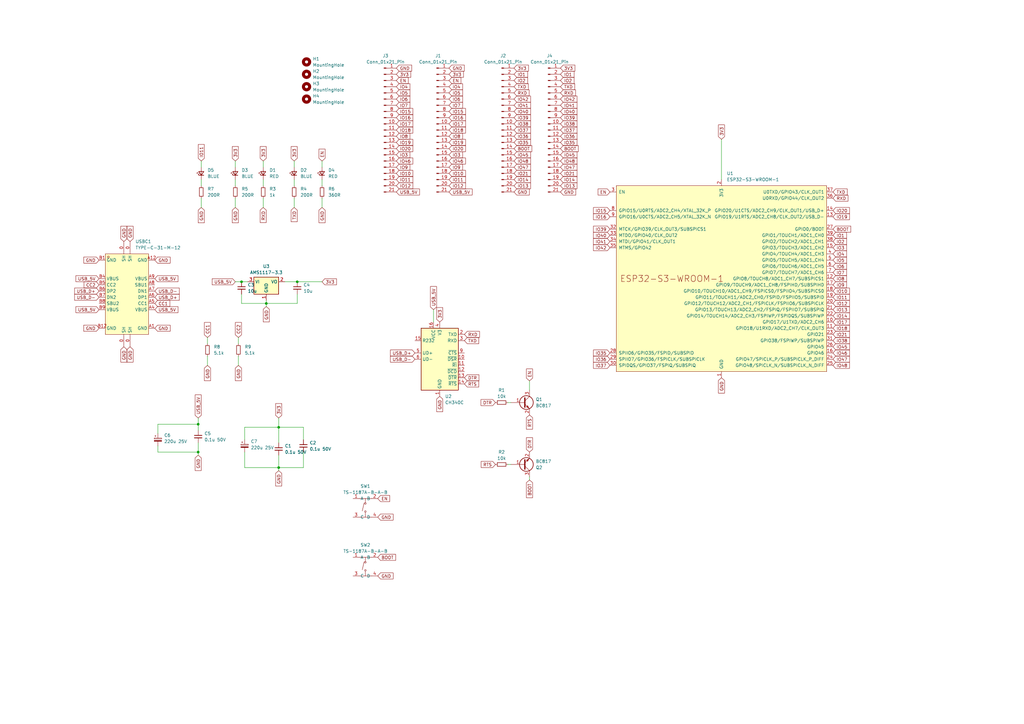
<source format=kicad_sch>
(kicad_sch (version 20231120) (generator "eeschema") (generator_version "8.0")
  (paper "A3")
  (lib_symbols
    (symbol "Connector:Conn_01x21_Pin" (pin_names (offset 1.016) hide)
      (property "Reference" "J" (at 0 27.94 0))
      (property "Value" "Conn_01x21_Pin" (at 0 -27.94 0))
      (symbol "Conn_01x21_Pin_1_1"
        (pin passive line (at 5.08 25.4 180) (length 3.81) (name "Pin_1") (number "1"))
        (pin passive line (at 5.08 2.54 180) (length 3.81) (name "Pin_10") (number "10"))
        (pin passive line (at 5.08 0 180) (length 3.81) (name "Pin_11") (number "11"))
        (pin passive line (at 5.08 -2.54 180) (length 3.81) (name "Pin_12") (number "12"))
        (pin passive line (at 5.08 -5.08 180) (length 3.81) (name "Pin_13") (number "13"))
        (pin passive line (at 5.08 -7.62 180) (length 3.81) (name "Pin_14") (number "14"))
        (pin passive line (at 5.08 -10.16 180) (length 3.81) (name "Pin_15") (number "15"))
        (pin passive line (at 5.08 -12.7 180) (length 3.81) (name "Pin_16") (number "16"))
        (pin passive line (at 5.08 -15.24 180) (length 3.81) (name "Pin_17") (number "17"))
        (pin passive line (at 5.08 -17.78 180) (length 3.81) (name "Pin_18") (number "18"))
        (pin passive line (at 5.08 -20.32 180) (length 3.81) (name "Pin_19") (number "19"))
        (pin passive line (at 5.08 22.86 180) (length 3.81) (name "Pin_2") (number "2"))
        (pin passive line (at 5.08 -22.86 180) (length 3.81) (name "Pin_20") (number "20"))
        (pin passive line (at 5.08 -25.4 180) (length 3.81) (name "Pin_21") (number "21"))
        (pin passive line (at 5.08 20.32 180) (length 3.81) (name "Pin_3") (number "3"))
        (pin passive line (at 5.08 17.78 180) (length 3.81) (name "Pin_4") (number "4"))
        (pin passive line (at 5.08 15.24 180) (length 3.81) (name "Pin_5") (number "5"))
        (pin passive line (at 5.08 12.7 180) (length 3.81) (name "Pin_6") (number "6"))
        (pin passive line (at 5.08 10.16 180) (length 3.81) (name "Pin_7") (number "7"))
        (pin passive line (at 5.08 7.62 180) (length 3.81) (name "Pin_8") (number "8"))
        (pin passive line (at 5.08 5.08 180) (length 3.81) (name "Pin_9") (number "9"))
      )
    )
    (symbol "Device:C_Polarized_Small" (pin_numbers hide) (pin_names (offset 0.254) hide)
      (property "Reference" "C" (at 0.254 1.778 0))
      (property "Value" "C_Polarized_Small" (at 0.254 -2.032 0))
      (symbol "C_Polarized_Small_1_1"
        (pin passive line (at 0 2.54 270) (length 1.8542) (name "~") (number "1"))
        (pin passive line (at 0 -2.54 90) (length 1.8542) (name "~") (number "2"))
      )
    )
    (symbol "Device:C_Small" (pin_numbers hide) (pin_names (offset 0.254) hide)
      (property "Reference" "C" (at 0.254 1.778 0))
      (property "Value" "C_Small" (at 0.254 -2.032 0))
      (symbol "C_Small_1_1"
        (pin passive line (at 0 2.54 270) (length 2.032) (name "~") (number "1"))
        (pin passive line (at 0 -2.54 90) (length 2.032) (name "~") (number "2"))
      )
    )
    (symbol "Device:LED_Small" (pin_numbers hide) (pin_names (offset 0.254) hide)
      (property "Reference" "D" (at -1.27 3.175 0))
      (property "Value" "LED_Small" (at -4.445 -2.54 0))
      (symbol "LED_Small_1_1"
        (pin passive line (at -2.54 0 0) (length 1.778) (name "K") (number "1"))
        (pin passive line (at 2.54 0 180) (length 1.778) (name "A") (number "2"))
      )
    )
    (symbol "Device:R_Small" (pin_numbers hide) (pin_names (offset 0.254) hide)
      (property "Reference" "R" (at 0.762 0.508 0))
      (property "Value" "R_Small" (at 0.762 -1.016 0))
      (symbol "R_Small_1_1"
        (pin passive line (at 0 2.54 270) (length 0.762) (name "~") (number "1"))
        (pin passive line (at 0 -2.54 90) (length 0.762) (name "~") (number "2"))
      )
    )
    (symbol "Interface_USB:CH340C"
      (property "Reference" "U" (at -5.08 13.97 0))
      (property "Value" "CH340C" (at 1.27 13.97 0))
      (symbol "CH340C_1_1"
        (pin power_in line (at 0 -15.24 90) (length 2.54) (name "GND") (number "1"))
        (pin input line (at 10.16 0 180) (length 2.54) (name "~{DSR}") (number "10"))
        (pin input line (at 10.16 -2.54 180) (length 2.54) (name "~{RI}") (number "11"))
        (pin input line (at 10.16 -5.08 180) (length 2.54) (name "~{DCD}") (number "12"))
        (pin output line (at 10.16 -7.62 180) (length 2.54) (name "~{DTR}") (number "13"))
        (pin output line (at 10.16 -10.16 180) (length 2.54) (name "~{RTS}") (number "14"))
        (pin input line (at -10.16 7.62 0) (length 2.54) (name "R232") (number "15"))
        (pin power_in line (at -2.54 15.24 270) (length 2.54) (name "VCC") (number "16"))
        (pin output line (at 10.16 10.16 180) (length 2.54) (name "TXD") (number "2"))
        (pin input line (at 10.16 7.62 180) (length 2.54) (name "RXD") (number "3"))
        (pin power_out line (at 0 15.24 270) (length 2.54) (name "V3") (number "4"))
        (pin bidirectional line (at -10.16 2.54 0) (length 2.54) (name "UD+") (number "5"))
        (pin bidirectional line (at -10.16 0 0) (length 2.54) (name "UD-") (number "6"))
        (pin no_connect line (at -7.62 -5.08 0) (length 2.54) hide (name "NC") (number "7"))
        (pin no_connect line (at -7.62 -7.62 0) (length 2.54) hide (name "NC") (number "8"))
        (pin input line (at 10.16 2.54 180) (length 2.54) (name "~{CTS}") (number "9"))
      )
    )
    (symbol "Mechanical:MountingHole" (pin_names (offset 1.016)) (exclude_from_sim yes) (in_bom no)
      (property "Reference" "H" (at 0 5.08 0))
      (property "Value" "MountingHole" (at 0 3.175 0))
    )
    (symbol "PCM_Espressif:ESP32-S3-WROOM-1" (pin_names (offset 1.016))
      (property "Reference" "U" (at -43.18 43.18 0))
      (property "Value" "ESP32-S3-WROOM-1" (at -43.18 40.64 0))
      (symbol "ESP32-S3-WROOM-1_0_0"
        (text "ESP32-S3-WROOM-1" (at -20.32 0 0) (effects (font (size 2.54 2.54))))
        (pin power_in line (at 0 -40.64 90) (length 2.54) (name "GND") (number "1"))
        (pin bidirectional line (at 45.72 -17.78 180) (length 2.54) (name "GPIO17/U1TXD/ADC2_CH6") (number "10"))
        (pin bidirectional line (at 45.72 -20.32 180) (length 2.54) (name "GPIO18/U1RXD/ADC2_CH7/CLK_OUT3") (number "11"))
        (pin bidirectional line (at 45.72 0 180) (length 2.54) (name "GPIO8/TOUCH8/ADC1_CH7/SUBSPICS1") (number "12"))
        (pin bidirectional line (at 45.72 25.4 180) (length 2.54) (name "GPIO19/U1RTS/ADC2_CH8/CLK_OUT2/USB_D-") (number "13"))
        (pin bidirectional line (at 45.72 27.94 180) (length 2.54) (name "GPIO20/U1CTS/ADC2_CH9/CLK_OUT1/USB_D+") (number "14"))
        (pin bidirectional line (at 45.72 12.7 180) (length 2.54) (name "GPIO3/TOUCH3/ADC1_CH2") (number "15"))
        (pin bidirectional line (at 45.72 -30.48 180) (length 2.54) (name "GPIO46") (number "16"))
        (pin bidirectional line (at 45.72 -2.54 180) (length 2.54) (name "GPIO9/TOUCH9/ADC1_CH8/FSPIHD/SUBSPIHD") (number "17"))
        (pin bidirectional line (at 45.72 -5.08 180) (length 2.54) (name "GPIO10/TOUCH10/ADC1_CH9/FSPICS0/FSPIIO4/SUBSPICS0") (number "18"))
        (pin bidirectional line (at 45.72 -7.62 180) (length 2.54) (name "GPIO11/TOUCH11/ADC2_CH0/FSPID/FSPIIO5/SUBSPID") (number "19"))
        (pin power_in line (at 0 40.64 270) (length 2.54) (name "3V3") (number "2"))
        (pin bidirectional line (at 45.72 -10.16 180) (length 2.54) (name "GPIO12/TOUCH12/ADC2_CH1/FSPICLK/FSPIIO6/SUBSPICLK") (number "20"))
        (pin bidirectional line (at 45.72 -12.7 180) (length 2.54) (name "GPIO13/TOUCH13/ADC2_CH2/FSPIQ/FSPIIO7/SUBSPIQ") (number "21"))
        (pin bidirectional line (at 45.72 -15.24 180) (length 2.54) (name "GPIO14/TOUCH14/ADC2_CH3/FSPIWP/FSPIDQS/SUBSPIWP") (number "22"))
        (pin bidirectional line (at 45.72 -22.86 180) (length 2.54) (name "GPIO21") (number "23"))
        (pin bidirectional line (at 45.72 -33.02 180) (length 2.54) (name "GPIO47/SPICLK_P/SUBSPICLK_P_DIFF") (number "24"))
        (pin bidirectional line (at 45.72 -35.56 180) (length 2.54) (name "GPIO48/SPICLK_N/SUBSPICLK_N_DIFF") (number "25"))
        (pin bidirectional line (at 45.72 -27.94 180) (length 2.54) (name "GPIO45") (number "26"))
        (pin bidirectional line (at 45.72 20.32 180) (length 2.54) (name "GPIO0/BOOT") (number "27"))
        (pin bidirectional line (at -45.72 -30.48 0) (length 2.54) (name "SPIIO6/GPIO35/FSPID/SUBSPID") (number "28"))
        (pin bidirectional line (at -45.72 -33.02 0) (length 2.54) (name "SPIIO7/GPIO36/FSPICLK/SUBSPICLK") (number "29"))
        (pin input line (at -45.72 35.56 0) (length 2.54) (name "EN") (number "3"))
        (pin bidirectional line (at -45.72 -35.56 0) (length 2.54) (name "SPIDQS/GPIO37/FSPIQ/SUBSPIQ") (number "30"))
        (pin bidirectional line (at 45.72 -25.4 180) (length 2.54) (name "GPIO38/FSPIWP/SUBSPIWP") (number "31"))
        (pin bidirectional line (at -45.72 20.32 0) (length 2.54) (name "MTCK/GPIO39/CLK_OUT3/SUBSPICS1") (number "32"))
        (pin bidirectional line (at -45.72 17.78 0) (length 2.54) (name "MTDO/GPIO40/CLK_OUT2") (number "33"))
        (pin bidirectional line (at -45.72 15.24 0) (length 2.54) (name "MTDI/GPIO41/CLK_OUT1") (number "34"))
        (pin bidirectional line (at -45.72 12.7 0) (length 2.54) (name "MTMS/GPIO42") (number "35"))
        (pin bidirectional line (at 45.72 33.02 180) (length 2.54) (name "U0RXD/GPIO44/CLK_OUT2") (number "36"))
        (pin bidirectional line (at 45.72 35.56 180) (length 2.54) (name "U0TXD/GPIO43/CLK_OUT1") (number "37"))
        (pin bidirectional line (at 45.72 15.24 180) (length 2.54) (name "GPIO2/TOUCH2/ADC1_CH1") (number "38"))
        (pin bidirectional line (at 45.72 17.78 180) (length 2.54) (name "GPIO1/TOUCH1/ADC1_CH0") (number "39"))
        (pin bidirectional line (at 45.72 10.16 180) (length 2.54) (name "GPIO4/TOUCH4/ADC1_CH3") (number "4"))
        (pin passive line (at 0 -40.64 90) (length 2.54) hide (name "GND") (number "40"))
        (pin passive line (at 0 -40.64 90) (length 2.54) hide (name "GND") (number "41"))
        (pin bidirectional line (at 45.72 7.62 180) (length 2.54) (name "GPIO5/TOUCH5/ADC1_CH4") (number "5"))
        (pin bidirectional line (at 45.72 5.08 180) (length 2.54) (name "GPIO6/TOUCH6/ADC1_CH5") (number "6"))
        (pin bidirectional line (at 45.72 2.54 180) (length 2.54) (name "GPIO7/TOUCH7/ADC1_CH6") (number "7"))
        (pin bidirectional line (at -45.72 27.94 0) (length 2.54) (name "GPIO15/U0RTS/ADC2_CH4/XTAL_32K_P") (number "8"))
        (pin bidirectional line (at -45.72 25.4 0) (length 2.54) (name "GPIO16/U0CTS/ADC2_CH5/XTAL_32K_N") (number "9"))
      )
    )
    (symbol "Regulator_Linear:AMS1117-3.3"
      (property "Reference" "U" (at -3.81 3.175 0))
      (property "Value" "AMS1117-3.3" (at 0 3.175 0))
      (symbol "AMS1117-3.3_1_1"
        (pin power_in line (at 0 -7.62 90) (length 2.54) (name "GND") (number "1"))
        (pin power_out line (at 7.62 0 180) (length 2.54) (name "VO") (number "2"))
        (pin power_in line (at -7.62 0 0) (length 2.54) (name "VI") (number "3"))
      )
    )
    (symbol "Transistor_BJT:BC817" (pin_names (offset 0) hide)
      (property "Reference" "Q" (at 5.08 1.905 0))
      (property "Value" "BC817" (at 5.08 0 0))
      (symbol "BC817_1_1"
        (pin input line (at -5.08 0 0) (length 5.715) (name "B") (number "1"))
        (pin passive line (at 2.54 -5.08 90) (length 2.54) (name "E") (number "2"))
        (pin passive line (at 2.54 5.08 270) (length 2.54) (name "C") (number "3"))
      )
    )
    (symbol "easyeda2kicad:TS-1187A-B-A-B"
      (property "Reference" "SW" (at 0 7.62 0))
      (property "Value" "TS-1187A-B-A-B" (at 0 -10.16 0))
      (symbol "TS-1187A-B-A-B_0_1"
        (pin unspecified line (at -5.08 2.54 0) (length 2.54) (name "A") (number "1"))
        (pin unspecified line (at 5.08 2.54 180) (length 2.54) (name "B") (number "2"))
        (pin unspecified line (at -5.08 -5.08 0) (length 2.54) (name "C") (number "3"))
        (pin unspecified line (at 5.08 -5.08 180) (length 2.54) (name "D") (number "4"))
      )
    )
    (symbol "easyeda2kicad:TYPE-C-31-M-12"
      (property "Reference" "USBC" (at 0 26.67 0))
      (property "Value" "TYPE-C-31-M-12" (at 0 -26.67 0))
      (symbol "TYPE-C-31-M-12_0_1"
        (pin unspecified line (at -1.27 -21.59 90) (length 5.08) (name "SH") (number "0"))
        (pin unspecified line (at -1.27 21.59 270) (length 5.08) (name "SH") (number "0"))
        (pin unspecified line (at 1.27 -21.59 90) (length 5.08) (name "SH") (number "0"))
        (pin unspecified line (at 1.27 21.59 270) (length 5.08) (name "SH") (number "0"))
        (pin unspecified line (at 11.43 -13.97 180) (length 2.54) (name "GND") (number "A1"))
        (pin unspecified line (at 11.43 13.97 180) (length 2.54) (name "GND") (number "A12"))
        (pin unspecified line (at 11.43 -6.35 180) (length 2.54) (name "VBUS") (number "A4"))
        (pin unspecified line (at 11.43 -3.81 180) (length 2.54) (name "CC1") (number "A5"))
        (pin unspecified line (at 11.43 -1.27 180) (length 2.54) (name "DP1") (number "A6"))
        (pin unspecified line (at 11.43 1.27 180) (length 2.54) (name "DN1") (number "A7"))
        (pin unspecified line (at 11.43 3.81 180) (length 2.54) (name "SBU1") (number "A8"))
        (pin unspecified line (at 11.43 6.35 180) (length 2.54) (name "VBUS") (number "A9"))
        (pin unspecified line (at -11.43 13.97 0) (length 2.54) (name "GND") (number "B1"))
        (pin unspecified line (at -11.43 -13.97 0) (length 2.54) (name "GND") (number "B12"))
        (pin unspecified line (at -11.43 6.35 0) (length 2.54) (name "VBUS") (number "B4"))
        (pin unspecified line (at -11.43 3.81 0) (length 2.54) (name "CC2") (number "B5"))
        (pin unspecified line (at -11.43 1.27 0) (length 2.54) (name "DP2") (number "B6"))
        (pin unspecified line (at -11.43 -1.27 0) (length 2.54) (name "DN2") (number "B7"))
        (pin unspecified line (at -11.43 -3.81 0) (length 2.54) (name "SBU2") (number "B8"))
        (pin unspecified line (at -11.43 -6.35 0) (length 2.54) (name "VBUS") (number "B9"))
      )
    )
  )
  (junction (at 121.92 115.57))
  (junction (at 99.06 115.57))
  (junction (at 81.28 173.99))
  (junction (at 109.22 124.46))
  (junction (at 81.28 185.42))
  (junction (at 114.3 191.77))
  (junction (at 114.3 175.26))
  (wire (pts (xy 109.22 124.46) (xy 121.92 124.46)))
  (wire (pts (xy 116.84 115.57) (xy 121.92 115.57)))
  (wire (pts (xy 81.28 186.69) (xy 81.28 185.42)))
  (wire (pts (xy 85.09 138.43) (xy 85.09 140.97)))
  (wire (pts (xy 132.08 76.2) (xy 132.08 73.66)))
  (wire (pts (xy 100.33 191.77) (xy 114.3 191.77)))
  (wire (pts (xy 99.06 124.46) (xy 109.22 124.46)))
  (wire (pts (xy 114.3 186.69) (xy 114.3 191.77)))
  (wire (pts (xy 132.08 85.09) (xy 132.08 81.28)))
  (wire (pts (xy 120.65 76.2) (xy 120.65 73.66)))
  (wire (pts (xy 99.06 115.57) (xy 101.6 115.57)))
  (wire (pts (xy 208.28 165.1) (xy 209.55 165.1)))
  (wire (pts (xy 96.52 115.57) (xy 99.06 115.57)))
  (wire (pts (xy 81.28 176.53) (xy 81.28 173.99)))
  (wire (pts (xy 97.79 149.86) (xy 97.79 146.05)))
  (wire (pts (xy 217.17 156.21) (xy 217.17 160.02)))
  (wire (pts (xy 124.46 185.42) (xy 124.46 191.77)))
  (wire (pts (xy 120.65 66.04) (xy 120.65 68.58)))
  (wire (pts (xy 109.22 125.73) (xy 109.22 124.46)))
  (wire (pts (xy 96.52 76.2) (xy 96.52 73.66)))
  (wire (pts (xy 114.3 175.26) (xy 100.33 175.26)))
  (wire (pts (xy 82.55 76.2) (xy 82.55 73.66)))
  (wire (pts (xy 82.55 85.09) (xy 82.55 81.28)))
  (wire (pts (xy 64.77 185.42) (xy 81.28 185.42)))
  (wire (pts (xy 107.95 85.09) (xy 107.95 81.28)))
  (wire (pts (xy 96.52 85.09) (xy 96.52 81.28)))
  (wire (pts (xy 121.92 115.57) (xy 132.08 115.57)))
  (wire (pts (xy 132.08 66.04) (xy 132.08 68.58)))
  (wire (pts (xy 64.77 173.99) (xy 64.77 177.8)))
  (wire (pts (xy 295.91 57.15) (xy 295.91 73.66)))
  (wire (pts (xy 81.28 173.99) (xy 64.77 173.99)))
  (wire (pts (xy 120.65 85.09) (xy 120.65 81.28)))
  (wire (pts (xy 114.3 175.26) (xy 124.46 175.26)))
  (wire (pts (xy 81.28 173.99) (xy 81.28 171.45)))
  (wire (pts (xy 82.55 66.04) (xy 82.55 68.58)))
  (wire (pts (xy 124.46 175.26) (xy 124.46 180.34)))
  (wire (pts (xy 107.95 76.2) (xy 107.95 73.66)))
  (wire (pts (xy 114.3 171.45) (xy 114.3 175.26)))
  (wire (pts (xy 109.22 124.46) (xy 109.22 123.19)))
  (wire (pts (xy 124.46 191.77) (xy 114.3 191.77)))
  (wire (pts (xy 177.8 127) (xy 177.8 132.08)))
  (wire (pts (xy 100.33 175.26) (xy 100.33 180.34)))
  (wire (pts (xy 99.06 120.65) (xy 99.06 124.46)))
  (wire (pts (xy 208.28 190.5) (xy 209.55 190.5)))
  (wire (pts (xy 217.17 196.85) (xy 217.17 195.58)))
  (wire (pts (xy 114.3 181.61) (xy 114.3 175.26)))
  (wire (pts (xy 96.52 66.04) (xy 96.52 68.58)))
  (wire (pts (xy 107.95 66.04) (xy 107.95 68.58)))
  (wire (pts (xy 121.92 120.65) (xy 121.92 124.46)))
  (wire (pts (xy 64.77 182.88) (xy 64.77 185.42)))
  (wire (pts (xy 97.79 138.43) (xy 97.79 140.97)))
  (wire (pts (xy 81.28 185.42) (xy 81.28 181.61)))
  (wire (pts (xy 114.3 191.77) (xy 114.3 193.04)))
  (wire (pts (xy 100.33 185.42) (xy 100.33 191.77)))
  (wire (pts (xy 85.09 149.86) (xy 85.09 146.05)))
  (global_label "IO45" (shape input) (at 210.82 63.5 0) (property "Intersheetrefs" "${INTERSHEET_REFS}" (effects (hide yes))))
  (global_label "BOOT" (shape input) (at 341.63 93.98 0) (property "Intersheetrefs" "${INTERSHEET_REFS}" (effects (hide yes))))
  (global_label "IO8" (shape input) (at 184.15 55.88 0) (property "Intersheetrefs" "${INTERSHEET_REFS}" (effects (hide yes))))
  (global_label "IO1" (shape input) (at 341.63 96.52 0) (property "Intersheetrefs" "${INTERSHEET_REFS}" (effects (hide yes))))
  (global_label "3V3" (shape input) (at 120.65 66.04 90) (property "Intersheetrefs" "${INTERSHEET_REFS}" (effects (hide yes))))
  (global_label "DTR" (shape input) (at 217.17 185.42 90) (property "Intersheetrefs" "${INTERSHEET_REFS}" (effects (hide yes))))
  (global_label "IO39" (shape input) (at 250.19 93.98 180) (property "Intersheetrefs" "${INTERSHEET_REFS}" (effects (hide yes))))
  (global_label "IO38" (shape input) (at 229.87 50.8 0) (property "Intersheetrefs" "${INTERSHEET_REFS}" (effects (hide yes))))
  (global_label "EN" (shape input) (at 154.94 204.47 0) (property "Intersheetrefs" "${INTERSHEET_REFS}" (effects (hide yes))))
  (global_label "GND" (shape input) (at 109.22 125.73 270) (property "Intersheetrefs" "${INTERSHEET_REFS}" (effects (hide yes))))
  (global_label "IO14" (shape input) (at 229.87 73.66 0) (property "Intersheetrefs" "${INTERSHEET_REFS}" (effects (hide yes))))
  (global_label "IO13" (shape input) (at 341.63 127 0) (property "Intersheetrefs" "${INTERSHEET_REFS}" (effects (hide yes))))
  (global_label "IO11" (shape input) (at 162.56 73.66 0) (property "Intersheetrefs" "${INTERSHEET_REFS}" (effects (hide yes))))
  (global_label "GND" (shape input) (at 154.94 212.09 0) (property "Intersheetrefs" "${INTERSHEET_REFS}" (effects (hide yes))))
  (global_label "IO10" (shape input) (at 341.63 119.38 0) (property "Intersheetrefs" "${INTERSHEET_REFS}" (effects (hide yes))))
  (global_label "BOOT" (shape input) (at 154.94 228.6 0) (property "Intersheetrefs" "${INTERSHEET_REFS}" (effects (hide yes))))
  (global_label "IO5" (shape input) (at 184.15 38.1 0) (property "Intersheetrefs" "${INTERSHEET_REFS}" (effects (hide yes))))
  (global_label "IO11" (shape input) (at 341.63 121.92 0) (property "Intersheetrefs" "${INTERSHEET_REFS}" (effects (hide yes))))
  (global_label "RTS" (shape input) (at 203.2 190.5 180) (property "Intersheetrefs" "${INTERSHEET_REFS}" (effects (hide yes))))
  (global_label "IO21" (shape input) (at 229.87 71.12 0) (property "Intersheetrefs" "${INTERSHEET_REFS}" (effects (hide yes))))
  (global_label "IO19" (shape input) (at 184.15 58.42 0) (property "Intersheetrefs" "${INTERSHEET_REFS}" (effects (hide yes))))
  (global_label "IO6" (shape input) (at 184.15 40.64 0) (property "Intersheetrefs" "${INTERSHEET_REFS}" (effects (hide yes))))
  (global_label "IO10" (shape input) (at 162.56 71.12 0) (property "Intersheetrefs" "${INTERSHEET_REFS}" (effects (hide yes))))
  (global_label "IO46" (shape input) (at 341.63 144.78 0) (property "Intersheetrefs" "${INTERSHEET_REFS}" (effects (hide yes))))
  (global_label "IO5" (shape input) (at 341.63 106.68 0) (property "Intersheetrefs" "${INTERSHEET_REFS}" (effects (hide yes))))
  (global_label "3V3" (shape input) (at 114.3 171.45 90) (property "Intersheetrefs" "${INTERSHEET_REFS}" (effects (hide yes))))
  (global_label "GND" (shape input) (at 85.09 149.86 270) (property "Intersheetrefs" "${INTERSHEET_REFS}" (effects (hide yes))))
  (global_label "IO7" (shape input) (at 184.15 43.18 0) (property "Intersheetrefs" "${INTERSHEET_REFS}" (effects (hide yes))))
  (global_label "IO3" (shape input) (at 184.15 63.5 0) (property "Intersheetrefs" "${INTERSHEET_REFS}" (effects (hide yes))))
  (global_label "IO47" (shape input) (at 229.87 68.58 0) (property "Intersheetrefs" "${INTERSHEET_REFS}" (effects (hide yes))))
  (global_label "IO48" (shape input) (at 341.63 149.86 0) (property "Intersheetrefs" "${INTERSHEET_REFS}" (effects (hide yes))))
  (global_label "BOOT" (shape input) (at 210.82 60.96 0) (property "Intersheetrefs" "${INTERSHEET_REFS}" (effects (hide yes))))
  (global_label "IO1" (shape input) (at 210.82 30.48 0) (property "Intersheetrefs" "${INTERSHEET_REFS}" (effects (hide yes))))
  (global_label "IO18" (shape input) (at 341.63 134.62 0) (property "Intersheetrefs" "${INTERSHEET_REFS}" (effects (hide yes))))
  (global_label "GND" (shape input) (at 229.87 78.74 0) (property "Intersheetrefs" "${INTERSHEET_REFS}" (effects (hide yes))))
  (global_label "3V3" (shape input) (at 295.91 57.15 90) (property "Intersheetrefs" "${INTERSHEET_REFS}" (effects (hide yes))))
  (global_label "CC1" (shape input) (at 85.09 138.43 90) (property "Intersheetrefs" "${INTERSHEET_REFS}" (effects (hide yes))))
  (global_label "IO37" (shape input) (at 250.19 149.86 180) (property "Intersheetrefs" "${INTERSHEET_REFS}" (effects (hide yes))))
  (global_label "IO8" (shape input) (at 341.63 114.3 0) (property "Intersheetrefs" "${INTERSHEET_REFS}" (effects (hide yes))))
  (global_label "GND" (shape input) (at 180.34 162.56 270) (property "Intersheetrefs" "${INTERSHEET_REFS}" (effects (hide yes))))
  (global_label "GND" (shape input) (at 114.3 193.04 270) (property "Intersheetrefs" "${INTERSHEET_REFS}" (effects (hide yes))))
  (global_label "IO35" (shape input) (at 229.87 58.42 0) (property "Intersheetrefs" "${INTERSHEET_REFS}" (effects (hide yes))))
  (global_label "TXD" (shape input) (at 190.5 139.7 0) (property "Intersheetrefs" "${INTERSHEET_REFS}" (effects (hide yes))))
  (global_label "RXD" (shape input) (at 190.5 137.16 0) (property "Intersheetrefs" "${INTERSHEET_REFS}" (effects (hide yes))))
  (global_label "IO13" (shape input) (at 229.87 76.2 0) (property "Intersheetrefs" "${INTERSHEET_REFS}" (effects (hide yes))))
  (global_label "GND" (shape input) (at 295.91 154.94 270) (property "Intersheetrefs" "${INTERSHEET_REFS}" (effects (hide yes))))
  (global_label "IO20" (shape input) (at 184.15 60.96 0) (property "Intersheetrefs" "${INTERSHEET_REFS}" (effects (hide yes))))
  (global_label "IO19" (shape input) (at 162.56 58.42 0) (property "Intersheetrefs" "${INTERSHEET_REFS}" (effects (hide yes))))
  (global_label "TXD" (shape input) (at 210.82 35.56 0) (property "Intersheetrefs" "${INTERSHEET_REFS}" (effects (hide yes))))
  (global_label "IO2" (shape input) (at 210.82 33.02 0) (property "Intersheetrefs" "${INTERSHEET_REFS}" (effects (hide yes))))
  (global_label "IO36" (shape input) (at 229.87 55.88 0) (property "Intersheetrefs" "${INTERSHEET_REFS}" (effects (hide yes))))
  (global_label "RTS" (shape input) (at 190.5 157.48 0) (property "Intersheetrefs" "${INTERSHEET_REFS}" (effects (hide yes))))
  (global_label "GND" (shape input) (at 40.64 134.62 180) (property "Intersheetrefs" "${INTERSHEET_REFS}" (effects (hide yes))))
  (global_label "IO9" (shape input) (at 184.15 68.58 0) (property "Intersheetrefs" "${INTERSHEET_REFS}" (effects (hide yes))))
  (global_label "TXD" (shape input) (at 120.65 85.09 270) (property "Intersheetrefs" "${INTERSHEET_REFS}" (effects (hide yes))))
  (global_label "IO40" (shape input) (at 210.82 45.72 0) (property "Intersheetrefs" "${INTERSHEET_REFS}" (effects (hide yes))))
  (global_label "USB_5V" (shape input) (at 63.5 127 0) (property "Intersheetrefs" "${INTERSHEET_REFS}" (effects (hide yes))))
  (global_label "IO35" (shape input) (at 210.82 58.42 0) (property "Intersheetrefs" "${INTERSHEET_REFS}" (effects (hide yes))))
  (global_label "USB_D-" (shape input) (at 63.5 119.38 0) (property "Intersheetrefs" "${INTERSHEET_REFS}" (effects (hide yes))))
  (global_label "EN" (shape input) (at 184.15 33.02 0) (property "Intersheetrefs" "${INTERSHEET_REFS}" (effects (hide yes))))
  (global_label "IO17" (shape input) (at 341.63 132.08 0) (property "Intersheetrefs" "${INTERSHEET_REFS}" (effects (hide yes))))
  (global_label "GND" (shape input) (at 82.55 85.09 270) (property "Intersheetrefs" "${INTERSHEET_REFS}" (effects (hide yes))))
  (global_label "IO14" (shape input) (at 341.63 129.54 0) (property "Intersheetrefs" "${INTERSHEET_REFS}" (effects (hide yes))))
  (global_label "USB_D+" (shape input) (at 63.5 121.92 0) (property "Intersheetrefs" "${INTERSHEET_REFS}" (effects (hide yes))))
  (global_label "RXD" (shape input) (at 341.63 81.28 0) (property "Intersheetrefs" "${INTERSHEET_REFS}" (effects (hide yes))))
  (global_label "IO39" (shape input) (at 229.87 48.26 0) (property "Intersheetrefs" "${INTERSHEET_REFS}" (effects (hide yes))))
  (global_label "RXD" (shape input) (at 210.82 38.1 0) (property "Intersheetrefs" "${INTERSHEET_REFS}" (effects (hide yes))))
  (global_label "IO45" (shape input) (at 341.63 142.24 0) (property "Intersheetrefs" "${INTERSHEET_REFS}" (effects (hide yes))))
  (global_label "IO36" (shape input) (at 210.82 55.88 0) (property "Intersheetrefs" "${INTERSHEET_REFS}" (effects (hide yes))))
  (global_label "IO15" (shape input) (at 250.19 86.36 180) (property "Intersheetrefs" "${INTERSHEET_REFS}" (effects (hide yes))))
  (global_label "3V3" (shape input) (at 184.15 30.48 0) (property "Intersheetrefs" "${INTERSHEET_REFS}" (effects (hide yes))))
  (global_label "IO6" (shape input) (at 341.63 109.22 0) (property "Intersheetrefs" "${INTERSHEET_REFS}" (effects (hide yes))))
  (global_label "IO12" (shape input) (at 162.56 76.2 0) (property "Intersheetrefs" "${INTERSHEET_REFS}" (effects (hide yes))))
  (global_label "IO21" (shape input) (at 210.82 71.12 0) (property "Intersheetrefs" "${INTERSHEET_REFS}" (effects (hide yes))))
  (global_label "GND" (shape input) (at 63.5 134.62 0) (property "Intersheetrefs" "${INTERSHEET_REFS}" (effects (hide yes))))
  (global_label "IO36" (shape input) (at 250.19 147.32 180) (property "Intersheetrefs" "${INTERSHEET_REFS}" (effects (hide yes))))
  (global_label "USB_5V" (shape input) (at 81.28 171.45 90) (property "Intersheetrefs" "${INTERSHEET_REFS}" (effects (hide yes))))
  (global_label "IO39" (shape input) (at 210.82 48.26 0) (property "Intersheetrefs" "${INTERSHEET_REFS}" (effects (hide yes))))
  (global_label "TXD" (shape input) (at 341.63 78.74 0) (property "Intersheetrefs" "${INTERSHEET_REFS}" (effects (hide yes))))
  (global_label "GND" (shape input) (at 184.15 27.94 0) (property "Intersheetrefs" "${INTERSHEET_REFS}" (effects (hide yes))))
  (global_label "IO21" (shape input) (at 341.63 137.16 0) (property "Intersheetrefs" "${INTERSHEET_REFS}" (effects (hide yes))))
  (global_label "IO20" (shape input) (at 162.56 60.96 0) (property "Intersheetrefs" "${INTERSHEET_REFS}" (effects (hide yes))))
  (global_label "IO16" (shape input) (at 250.19 88.9 180) (property "Intersheetrefs" "${INTERSHEET_REFS}" (effects (hide yes))))
  (global_label "IO40" (shape input) (at 229.87 45.72 0) (property "Intersheetrefs" "${INTERSHEET_REFS}" (effects (hide yes))))
  (global_label "IO42" (shape input) (at 210.82 40.64 0) (property "Intersheetrefs" "${INTERSHEET_REFS}" (effects (hide yes))))
  (global_label "IO12" (shape input) (at 184.15 76.2 0) (property "Intersheetrefs" "${INTERSHEET_REFS}" (effects (hide yes))))
  (global_label "IO11" (shape input) (at 184.15 73.66 0) (property "Intersheetrefs" "${INTERSHEET_REFS}" (effects (hide yes))))
  (global_label "IO41" (shape input) (at 250.19 99.06 180) (property "Intersheetrefs" "${INTERSHEET_REFS}" (effects (hide yes))))
  (global_label "GND" (shape input) (at 96.52 85.09 270) (property "Intersheetrefs" "${INTERSHEET_REFS}" (effects (hide yes))))
  (global_label "IO7" (shape input) (at 162.56 43.18 0) (property "Intersheetrefs" "${INTERSHEET_REFS}" (effects (hide yes))))
  (global_label "GND" (shape input) (at 50.8 142.24 270) (property "Intersheetrefs" "${INTERSHEET_REFS}" (effects (hide yes))))
  (global_label "CC1" (shape input) (at 63.5 124.46 0) (property "Intersheetrefs" "${INTERSHEET_REFS}" (effects (hide yes))))
  (global_label "RXD" (shape input) (at 107.95 85.09 270) (property "Intersheetrefs" "${INTERSHEET_REFS}" (effects (hide yes))))
  (global_label "RXD" (shape input) (at 229.87 38.1 0) (property "Intersheetrefs" "${INTERSHEET_REFS}" (effects (hide yes))))
  (global_label "USB_D+" (shape input) (at 40.64 119.38 180) (property "Intersheetrefs" "${INTERSHEET_REFS}" (effects (hide yes))))
  (global_label "IO40" (shape input) (at 250.19 96.52 180) (property "Intersheetrefs" "${INTERSHEET_REFS}" (effects (hide yes))))
  (global_label "IO35" (shape input) (at 250.19 144.78 180) (property "Intersheetrefs" "${INTERSHEET_REFS}" (effects (hide yes))))
  (global_label "TXD" (shape input) (at 229.87 35.56 0) (property "Intersheetrefs" "${INTERSHEET_REFS}" (effects (hide yes))))
  (global_label "IO12" (shape input) (at 341.63 124.46 0) (property "Intersheetrefs" "${INTERSHEET_REFS}" (effects (hide yes))))
  (global_label "IO14" (shape input) (at 210.82 73.66 0) (property "Intersheetrefs" "${INTERSHEET_REFS}" (effects (hide yes))))
  (global_label "3V3" (shape input) (at 210.82 27.94 0) (property "Intersheetrefs" "${INTERSHEET_REFS}" (effects (hide yes))))
  (global_label "USB_5V" (shape input) (at 96.52 115.57 180) (property "Intersheetrefs" "${INTERSHEET_REFS}" (effects (hide yes))))
  (global_label "GND" (shape input) (at 132.08 85.09 270) (property "Intersheetrefs" "${INTERSHEET_REFS}" (effects (hide yes))))
  (global_label "IO3" (shape input) (at 341.63 101.6 0) (property "Intersheetrefs" "${INTERSHEET_REFS}" (effects (hide yes))))
  (global_label "IO38" (shape input) (at 341.63 139.7 0) (property "Intersheetrefs" "${INTERSHEET_REFS}" (effects (hide yes))))
  (global_label "GND" (shape input) (at 162.56 27.94 0) (property "Intersheetrefs" "${INTERSHEET_REFS}" (effects (hide yes))))
  (global_label "IO16" (shape input) (at 184.15 48.26 0) (property "Intersheetrefs" "${INTERSHEET_REFS}" (effects (hide yes))))
  (global_label "3V3" (shape input) (at 132.08 115.57 0) (property "Intersheetrefs" "${INTERSHEET_REFS}" (effects (hide yes))))
  (global_label "IO18" (shape input) (at 162.56 53.34 0) (property "Intersheetrefs" "${INTERSHEET_REFS}" (effects (hide yes))))
  (global_label "IO10" (shape input) (at 184.15 71.12 0) (property "Intersheetrefs" "${INTERSHEET_REFS}" (effects (hide yes))))
  (global_label "IO1" (shape input) (at 229.87 30.48 0) (property "Intersheetrefs" "${INTERSHEET_REFS}" (effects (hide yes))))
  (global_label "3V3" (shape input) (at 229.87 27.94 0) (property "Intersheetrefs" "${INTERSHEET_REFS}" (effects (hide yes))))
  (global_label "3V3" (shape input) (at 180.34 132.08 90) (property "Intersheetrefs" "${INTERSHEET_REFS}" (effects (hide yes))))
  (global_label "IO7" (shape input) (at 341.63 111.76 0) (property "Intersheetrefs" "${INTERSHEET_REFS}" (effects (hide yes))))
  (global_label "IO2" (shape input) (at 341.63 99.06 0) (property "Intersheetrefs" "${INTERSHEET_REFS}" (effects (hide yes))))
  (global_label "IO18" (shape input) (at 184.15 53.34 0) (property "Intersheetrefs" "${INTERSHEET_REFS}" (effects (hide yes))))
  (global_label "USB_5V" (shape input) (at 40.64 114.3 180) (property "Intersheetrefs" "${INTERSHEET_REFS}" (effects (hide yes))))
  (global_label "CC2" (shape input) (at 40.64 116.84 180) (property "Intersheetrefs" "${INTERSHEET_REFS}" (effects (hide yes))))
  (global_label "DTR" (shape input) (at 203.2 165.1 180) (property "Intersheetrefs" "${INTERSHEET_REFS}" (effects (hide yes))))
  (global_label "IO16" (shape input) (at 162.56 48.26 0) (property "Intersheetrefs" "${INTERSHEET_REFS}" (effects (hide yes))))
  (global_label "USB_D-" (shape input) (at 40.64 121.92 180) (property "Intersheetrefs" "${INTERSHEET_REFS}" (effects (hide yes))))
  (global_label "GND" (shape input) (at 81.28 186.69 270) (property "Intersheetrefs" "${INTERSHEET_REFS}" (effects (hide yes))))
  (global_label "IO48" (shape input) (at 210.82 66.04 0) (property "Intersheetrefs" "${INTERSHEET_REFS}" (effects (hide yes))))
  (global_label "GND" (shape input) (at 210.82 78.74 0) (property "Intersheetrefs" "${INTERSHEET_REFS}" (effects (hide yes))))
  (global_label "GND" (shape input) (at 40.64 106.68 180) (property "Intersheetrefs" "${INTERSHEET_REFS}" (effects (hide yes))))
  (global_label "IO42" (shape input) (at 229.87 40.64 0) (property "Intersheetrefs" "${INTERSHEET_REFS}" (effects (hide yes))))
  (global_label "GND" (shape input) (at 63.5 106.68 0) (property "Intersheetrefs" "${INTERSHEET_REFS}" (effects (hide yes))))
  (global_label "IO48" (shape input) (at 229.87 66.04 0) (property "Intersheetrefs" "${INTERSHEET_REFS}" (effects (hide yes))))
  (global_label "IO15" (shape input) (at 184.15 45.72 0) (property "Intersheetrefs" "${INTERSHEET_REFS}" (effects (hide yes))))
  (global_label "3V3" (shape input) (at 162.56 30.48 0) (property "Intersheetrefs" "${INTERSHEET_REFS}" (effects (hide yes))))
  (global_label "IO5" (shape input) (at 162.56 38.1 0) (property "Intersheetrefs" "${INTERSHEET_REFS}" (effects (hide yes))))
  (global_label "CC2" (shape input) (at 97.79 138.43 90) (property "Intersheetrefs" "${INTERSHEET_REFS}" (effects (hide yes))))
  (global_label "IO47" (shape input) (at 210.82 68.58 0) (property "Intersheetrefs" "${INTERSHEET_REFS}" (effects (hide yes))))
  (global_label "EN" (shape input) (at 250.19 78.74 180) (property "Intersheetrefs" "${INTERSHEET_REFS}" (effects (hide yes))))
  (global_label "IO42" (shape input) (at 250.19 101.6 180) (property "Intersheetrefs" "${INTERSHEET_REFS}" (effects (hide yes))))
  (global_label "IO2" (shape input) (at 229.87 33.02 0) (property "Intersheetrefs" "${INTERSHEET_REFS}" (effects (hide yes))))
  (global_label "IO41" (shape input) (at 229.87 43.18 0) (property "Intersheetrefs" "${INTERSHEET_REFS}" (effects (hide yes))))
  (global_label "IO9" (shape input) (at 341.63 116.84 0) (property "Intersheetrefs" "${INTERSHEET_REFS}" (effects (hide yes))))
  (global_label "IO4" (shape input) (at 184.15 35.56 0) (property "Intersheetrefs" "${INTERSHEET_REFS}" (effects (hide yes))))
  (global_label "GND" (shape input) (at 50.8 99.06 90) (property "Intersheetrefs" "${INTERSHEET_REFS}" (effects (hide yes))))
  (global_label "IO47" (shape input) (at 341.63 147.32 0) (property "Intersheetrefs" "${INTERSHEET_REFS}" (effects (hide yes))))
  (global_label "RTS" (shape input) (at 217.17 170.18 270) (property "Intersheetrefs" "${INTERSHEET_REFS}" (effects (hide yes))))
  (global_label "USB_5V" (shape input) (at 177.8 127 90) (property "Intersheetrefs" "${INTERSHEET_REFS}" (effects (hide yes))))
  (global_label "EN" (shape input) (at 217.17 156.21 90) (property "Intersheetrefs" "${INTERSHEET_REFS}" (effects (hide yes))))
  (global_label "USB_D+" (shape input) (at 170.18 144.78 180) (property "Intersheetrefs" "${INTERSHEET_REFS}" (effects (hide yes))))
  (global_label "IO45" (shape input) (at 229.87 63.5 0) (property "Intersheetrefs" "${INTERSHEET_REFS}" (effects (hide yes))))
  (global_label "IO11" (shape input) (at 82.55 66.04 90) (property "Intersheetrefs" "${INTERSHEET_REFS}" (effects (hide yes))))
  (global_label "IO4" (shape input) (at 162.56 35.56 0) (property "Intersheetrefs" "${INTERSHEET_REFS}" (effects (hide yes))))
  (global_label "3V3" (shape input) (at 107.95 66.04 90) (property "Intersheetrefs" "${INTERSHEET_REFS}" (effects (hide yes))))
  (global_label "IO46" (shape input) (at 184.15 66.04 0) (property "Intersheetrefs" "${INTERSHEET_REFS}" (effects (hide yes))))
  (global_label "IO15" (shape input) (at 162.56 45.72 0) (property "Intersheetrefs" "${INTERSHEET_REFS}" (effects (hide yes))))
  (global_label "IO6" (shape input) (at 162.56 40.64 0) (property "Intersheetrefs" "${INTERSHEET_REFS}" (effects (hide yes))))
  (global_label "IO37" (shape input) (at 210.82 53.34 0) (property "Intersheetrefs" "${INTERSHEET_REFS}" (effects (hide yes))))
  (global_label "3V3" (shape input) (at 96.52 66.04 90) (property "Intersheetrefs" "${INTERSHEET_REFS}" (effects (hide yes))))
  (global_label "IO46" (shape input) (at 162.56 66.04 0) (property "Intersheetrefs" "${INTERSHEET_REFS}" (effects (hide yes))))
  (global_label "IO17" (shape input) (at 184.15 50.8 0) (property "Intersheetrefs" "${INTERSHEET_REFS}" (effects (hide yes))))
  (global_label "USB_D-" (shape input) (at 170.18 147.32 180) (property "Intersheetrefs" "${INTERSHEET_REFS}" (effects (hide yes))))
  (global_label "IO9" (shape input) (at 162.56 68.58 0) (property "Intersheetrefs" "${INTERSHEET_REFS}" (effects (hide yes))))
  (global_label "IO13" (shape input) (at 210.82 76.2 0) (property "Intersheetrefs" "${INTERSHEET_REFS}" (effects (hide yes))))
  (global_label "IO4" (shape input) (at 341.63 104.14 0) (property "Intersheetrefs" "${INTERSHEET_REFS}" (effects (hide yes))))
  (global_label "BOOT" (shape input) (at 217.17 196.85 270) (property "Intersheetrefs" "${INTERSHEET_REFS}" (effects (hide yes))))
  (global_label "EN" (shape input) (at 132.08 66.04 90) (property "Intersheetrefs" "${INTERSHEET_REFS}" (effects (hide yes))))
  (global_label "EN" (shape input) (at 162.56 33.02 0) (property "Intersheetrefs" "${INTERSHEET_REFS}" (effects (hide yes))))
  (global_label "BOOT" (shape input) (at 229.87 60.96 0) (property "Intersheetrefs" "${INTERSHEET_REFS}" (effects (hide yes))))
  (global_label "IO20" (shape input) (at 341.63 86.36 0) (property "Intersheetrefs" "${INTERSHEET_REFS}" (effects (hide yes))))
  (global_label "IO8" (shape input) (at 162.56 55.88 0) (property "Intersheetrefs" "${INTERSHEET_REFS}" (effects (hide yes))))
  (global_label "USB_5V" (shape input) (at 162.56 78.74 0) (property "Intersheetrefs" "${INTERSHEET_REFS}" (effects (hide yes))))
  (global_label "IO19" (shape input) (at 341.63 88.9 0) (property "Intersheetrefs" "${INTERSHEET_REFS}" (effects (hide yes))))
  (global_label "IO41" (shape input) (at 210.82 43.18 0) (property "Intersheetrefs" "${INTERSHEET_REFS}" (effects (hide yes))))
  (global_label "DTR" (shape input) (at 190.5 154.94 0) (property "Intersheetrefs" "${INTERSHEET_REFS}" (effects (hide yes))))
  (global_label "USB_5V" (shape input) (at 184.15 78.74 0) (property "Intersheetrefs" "${INTERSHEET_REFS}" (effects (hide yes))))
  (global_label "IO3" (shape input) (at 162.56 63.5 0) (property "Intersheetrefs" "${INTERSHEET_REFS}" (effects (hide yes))))
  (global_label "IO37" (shape input) (at 229.87 53.34 0) (property "Intersheetrefs" "${INTERSHEET_REFS}" (effects (hide yes))))
  (global_label "GND" (shape input) (at 154.94 236.22 0) (property "Intersheetrefs" "${INTERSHEET_REFS}" (effects (hide yes))))
  (global_label "GND" (shape input) (at 53.34 99.06 90) (property "Intersheetrefs" "${INTERSHEET_REFS}" (effects (hide yes))))
  (global_label "IO17" (shape input) (at 162.56 50.8 0) (property "Intersheetrefs" "${INTERSHEET_REFS}" (effects (hide yes))))
  (global_label "USB_5V" (shape input) (at 63.5 114.3 0) (property "Intersheetrefs" "${INTERSHEET_REFS}" (effects (hide yes))))
  (global_label "IO38" (shape input) (at 210.82 50.8 0) (property "Intersheetrefs" "${INTERSHEET_REFS}" (effects (hide yes))))
  (global_label "USB_5V" (shape input) (at 40.64 127 180) (property "Intersheetrefs" "${INTERSHEET_REFS}" (effects (hide yes))))
  (global_label "GND" (shape input) (at 97.79 149.86 270) (property "Intersheetrefs" "${INTERSHEET_REFS}" (effects (hide yes))))
  (global_label "GND" (shape input) (at 53.34 142.24 270) (property "Intersheetrefs" "${INTERSHEET_REFS}" (effects (hide yes))))
  (symbol (lib_id "Device:LED_Small") (at 132.08 71.12 90) (unit 1)
    (property "Reference" "D4" (at 134.62 69.7864 90) (effects (justify right)))
    (property "Value" "RED" (at 134.62 72.3264 90) (effects (justify right)))
    (property "Footprint" "LED_SMD:LED_0603_1608Metric" (effects (hide yes)))
    (property "Description" "Light emitting diode, small symbol" (effects (hide yes)))
  )
  (symbol (lib_id "Mechanical:MountingHole") (at 125.73 25.4 0) (unit 1) (exclude_from_sim yes) (in_bom no)
    (property "Reference" "H1" (at 128.27 24.1299 0) (effects (justify left)))
    (property "Value" "MountingHole" (at 128.27 26.6699 0) (effects (justify left)))
    (property "Footprint" "MountingHole:MountingHole_3.2mm_M3_DIN965_Pad_TopBottom" (effects (hide yes)))
    (property "Description" "Mounting Hole without connection" (effects (hide yes)))
  )
  (symbol (lib_id "Device:R_Small") (at 96.52 78.74 180) (unit 1)
    (property "Reference" "R5" (at 99.06 77.4699 0) (effects (justify right)))
    (property "Value" "200R" (at 99.06 80.0099 0) (effects (justify right)))
    (property "Footprint" "Resistor_SMD:R_0603_1608Metric" (effects (hide yes)))
    (property "Description" "Resistor, small symbol" (effects (hide yes)))
    (property "LCSC" "C8218" (effects (hide yes)))
  )
  (symbol (lib_id "easyeda2kicad:TS-1187A-B-A-B") (at 149.86 207.01 0) (unit 1)
    (property "Reference" "SW1" (at 149.86 199.39 0))
    (property "Value" "TS-1187A-B-A-B" (at 149.86 201.93 0))
    (property "Footprint" "easyeda2kicad:SW-SMD_4P-L5.1-W5.1-P3.70-LS6.5-TL_H1.5" (effects (hide yes)))
    (property "Datasheet" "https://lcsc.com/product-detail/Tactile-Switches_XKB-Enterprise-TS-1187-B-A-A_C318884.html" (effects (hide yes)))
    (property "LCSC Part" "C318884" (effects (hide yes)))
  )
  (symbol (lib_id "Device:C_Small") (at 124.46 182.88 0) (unit 1)
    (property "Reference" "C2" (at 127 181.6162 0) (effects (justify left)))
    (property "Value" "0.1u 50V" (at 127 184.1562 0) (effects (justify left)))
    (property "Footprint" "Capacitor_SMD:C_0805_2012Metric" (effects (hide yes)))
    (property "Description" "Unpolarized capacitor, small symbol" (effects (hide yes)))
    (property "LCSC" "C38141" (effects (hide yes)))
  )
  (symbol (lib_id "PCM_Espressif:ESP32-S3-WROOM-1") (at 295.91 114.3 0) (unit 1)
    (property "Reference" "U1" (at 298.1041 71.12 0) (effects (justify left)))
    (property "Value" "ESP32-S3-WROOM-1" (at 298.1041 73.66 0) (effects (justify left)))
    (property "Footprint" "PCM_Espressif:ESP32-S3-WROOM-1" (effects (hide yes)))
    (property "Datasheet" "https://www.espressif.com/sites/default/files/documentation/esp32-s3-wroom-1_wroom-1u_datasheet_en.pdf" (effects (hide yes)))
    (property "Description" "2.4 GHz WiFi (802.11 b/g/n) and Bluetooth ® 5 (LE) module Built around ESP32S3 series of SoCs, Xtensa ® dualcore 32bit LX7 microprocessor Flash up to 16 MB, PSRAM up to 8 MB 36 GPIOs, rich set of peripherals Onboard PCB antenna" (effects (hide yes)))
    (property "LCSC" "C2913203" (effects (hide yes)))
  )
  (symbol (lib_id "Mechanical:MountingHole") (at 125.73 35.56 0) (unit 1) (exclude_from_sim yes) (in_bom no)
    (property "Reference" "H3" (at 128.27 34.2899 0) (effects (justify left)))
    (property "Value" "MountingHole" (at 128.27 36.8299 0) (effects (justify left)))
    (property "Footprint" "MountingHole:MountingHole_3.2mm_M3_DIN965_Pad_TopBottom" (effects (hide yes)))
    (property "Description" "Mounting Hole without connection" (effects (hide yes)))
  )
  (symbol (lib_id "Device:R_Small") (at 85.09 143.51 180) (unit 1)
    (property "Reference" "R8" (at 87.63 142.2399 0) (effects (justify right)))
    (property "Value" "5.1k" (at 87.63 144.7799 0) (effects (justify right)))
    (property "Footprint" "Resistor_SMD:R_0603_1608Metric" (effects (hide yes)))
    (property "Description" "Resistor, small symbol" (effects (hide yes)))
    (property "LCSC" "C23186" (effects (hide yes)))
  )
  (symbol (lib_id "Connector:Conn_01x21_Pin") (at 224.79 53.34 0) (unit 1)
    (property "Reference" "J4" (at 225.425 22.86 0))
    (property "Value" "Conn_01x21_Pin" (at 225.425 25.4 0))
    (property "Footprint" "Connector_PinSocket_2.54mm:PinSocket_1x21_P2.54mm_Vertical" (effects (hide yes)))
    (property "Description" "Generic connector, single row, 01x21, script generated" (effects (hide yes)))
    (property "LCSC" "C41376160" (effects (hide yes)))
  )
  (symbol (lib_id "Device:C_Polarized_Small") (at 100.33 182.88 0) (unit 1)
    (property "Reference" "C7" (at 102.87 181.0638 0) (effects (justify left)))
    (property "Value" "220u 25V" (at 102.87 183.6038 0) (effects (justify left)))
    (property "Footprint" "Capacitor_SMD:CP_Elec_6.3x7.7" (effects (hide yes)))
    (property "Description" "Polarized capacitor, small symbol" (effects (hide yes)))
    (property "LCSC" "C2918361" (effects (hide yes)))
  )
  (symbol (lib_id "Connector:Conn_01x21_Pin") (at 157.48 53.34 0) (unit 1)
    (property "Reference" "J3" (at 158.115 22.86 0))
    (property "Value" "Conn_01x21_Pin" (at 158.115 25.4 0))
    (property "Footprint" "Connector_PinSocket_2.54mm:PinSocket_1x21_P2.54mm_Vertical" (effects (hide yes)))
    (property "Description" "Generic connector, single row, 01x21, script generated" (effects (hide yes)))
    (property "LCSC" "C41376160" (effects (hide yes)))
  )
  (symbol (lib_id "Transistor_BJT:BC817") (at 214.63 165.1 0) (unit 1)
    (property "Reference" "Q1" (at 219.71 163.8299 0) (effects (justify left)))
    (property "Value" "BC817" (at 219.71 166.3699 0) (effects (justify left)))
    (property "Footprint" "Package_TO_SOT_SMD:SOT-23" (effects (hide yes)))
    (property "Datasheet" "https://www.onsemi.com/pub/Collateral/BC818-D.pdf" (effects (hide yes)))
    (property "Description" "0.8A Ic, 45V Vce, NPN Transistor, SOT-23" (effects (hide yes)))
    (property "LCSC" "C52801" (effects (hide yes)))
  )
  (symbol (lib_id "Device:LED_Small") (at 120.65 71.12 90) (unit 1)
    (property "Reference" "D2" (at 123.19 69.7864 90) (effects (justify right)))
    (property "Value" "BLUE" (at 123.19 72.3264 90) (effects (justify right)))
    (property "Footprint" "LED_SMD:LED_0603_1608Metric" (effects (hide yes)))
    (property "Description" "Light emitting diode, small symbol" (effects (hide yes)))
    (property "LCSC" "C19171394" (effects (hide yes)))
  )
  (symbol (lib_id "Connector:Conn_01x21_Pin") (at 205.74 53.34 0) (unit 1)
    (property "Reference" "J2" (at 206.375 22.86 0))
    (property "Value" "Conn_01x21_Pin" (at 206.375 25.4 0))
    (property "Footprint" "Connector_PinHeader_2.54mm:PinHeader_1x21_P2.54mm_Vertical" (effects (hide yes)))
    (property "Description" "Generic connector, single row, 01x21, script generated" (effects (hide yes)))
    (property "LCSC" "C41375940" (effects (hide yes)))
  )
  (symbol (lib_id "Mechanical:MountingHole") (at 125.73 30.48 0) (unit 1) (exclude_from_sim yes) (in_bom no)
    (property "Reference" "H2" (at 128.27 29.2099 0) (effects (justify left)))
    (property "Value" "MountingHole" (at 128.27 31.7499 0) (effects (justify left)))
    (property "Footprint" "MountingHole:MountingHole_3.2mm_M3_DIN965_Pad_TopBottom" (effects (hide yes)))
    (property "Description" "Mounting Hole without connection" (effects (hide yes)))
  )
  (symbol (lib_id "Device:R_Small") (at 107.95 78.74 180) (unit 1)
    (property "Reference" "R3" (at 110.49 77.4699 0) (effects (justify right)))
    (property "Value" "1k" (at 110.49 80.0099 0) (effects (justify right)))
    (property "Footprint" "Resistor_SMD:R_0603_1608Metric" (effects (hide yes)))
    (property "Description" "Resistor, small symbol" (effects (hide yes)))
    (property "LSCS" "C21190" (effects (hide yes)))
  )
  (symbol (lib_id "Device:LED_Small") (at 82.55 71.12 90) (unit 1)
    (property "Reference" "D5" (at 85.09 69.7864 90) (effects (justify right)))
    (property "Value" "BLUE" (at 85.09 72.3264 90) (effects (justify right)))
    (property "Footprint" "LED_SMD:LED_0603_1608Metric" (effects (hide yes)))
    (property "Description" "Light emitting diode, small symbol" (effects (hide yes)))
    (property "LCSC" "C19171394" (effects (hide yes)))
  )
  (symbol (lib_id "Device:R_Small") (at 205.74 190.5 90) (unit 1)
    (property "Reference" "R2" (at 205.74 185.42 90))
    (property "Value" "10k" (at 205.74 187.96 90))
    (property "Footprint" "Resistor_SMD:R_0603_1608Metric" (effects (hide yes)))
    (property "Description" "Resistor, small symbol" (effects (hide yes)))
    (property "LCSC" "C2930027" (effects (hide yes)))
  )
  (symbol (lib_id "Interface_USB:CH340C") (at 180.34 147.32 0) (unit 1)
    (property "Reference" "U2" (at 182.5341 162.56 0) (effects (justify left)))
    (property "Value" "CH340C" (at 182.5341 165.1 0) (effects (justify left)))
    (property "Footprint" "Package_SO:SOIC-16_3.9x9.9mm_P1.27mm" (effects (hide yes)))
    (property "Datasheet" "https://datasheet.lcsc.com/szlcsc/Jiangsu-Qin-Heng-CH340C_C84681.pdf" (effects (hide yes)))
    (property "Description" "USB serial converter, crystal-less, UART, SOIC-16" (effects (hide yes)))
  )
  (symbol (lib_id "Device:LED_Small") (at 107.95 71.12 90) (unit 1)
    (property "Reference" "D1" (at 110.49 69.7864 90) (effects (justify right)))
    (property "Value" "RED" (at 110.49 72.3264 90) (effects (justify right)))
    (property "Footprint" "LED_SMD:LED_0603_1608Metric" (effects (hide yes)))
    (property "Description" "Light emitting diode, small symbol" (effects (hide yes)))
  )
  (symbol (lib_id "Device:R_Small") (at 97.79 143.51 180) (unit 1)
    (property "Reference" "R9" (at 100.33 142.2399 0) (effects (justify right)))
    (property "Value" "5.1k" (at 100.33 144.7799 0) (effects (justify right)))
    (property "Footprint" "Resistor_SMD:R_0603_1608Metric" (effects (hide yes)))
    (property "Description" "Resistor, small symbol" (effects (hide yes)))
    (property "LCSC" "C23186" (effects (hide yes)))
  )
  (symbol (lib_id "Transistor_BJT:BC817") (at 214.63 190.5 0) (mirror x) (unit 1)
    (property "Reference" "Q2" (at 219.71 191.7701 0) (effects (justify left)))
    (property "Value" "BC817" (at 219.71 189.2301 0) (effects (justify left)))
    (property "Footprint" "Package_TO_SOT_SMD:SOT-23" (effects (hide yes)))
    (property "Datasheet" "https://www.onsemi.com/pub/Collateral/BC818-D.pdf" (effects (hide yes)))
    (property "Description" "0.8A Ic, 45V Vce, NPN Transistor, SOT-23" (effects (hide yes)))
    (property "LCSC" "C52801" (effects (hide yes)))
  )
  (symbol (lib_id "Device:C_Small") (at 81.28 179.07 0) (unit 1)
    (property "Reference" "C5" (at 83.82 177.8062 0) (effects (justify left)))
    (property "Value" "0.1u 50V" (at 83.82 180.3462 0) (effects (justify left)))
    (property "Footprint" "Capacitor_SMD:C_0805_2012Metric" (effects (hide yes)))
    (property "Description" "Unpolarized capacitor, small symbol" (effects (hide yes)))
    (property "LCSC" "C38141" (effects (hide yes)))
  )
  (symbol (lib_id "Regulator_Linear:AMS1117-3.3") (at 109.22 115.57 0) (unit 1)
    (property "Reference" "U3" (at 109.22 109.22 0))
    (property "Value" "AMS1117-3.3" (at 109.22 111.76 0))
    (property "Footprint" "Package_TO_SOT_SMD:SOT-223-3_TabPin2" (effects (hide yes)))
    (property "Datasheet" "http://www.advanced-monolithic.com/pdf/ds1117.pdf" (effects (hide yes)))
    (property "Description" "1A Low Dropout regulator, positive, 3.3V fixed output, SOT-223" (effects (hide yes)))
    (property "LCSC" "C5250992" (effects (hide yes)))
  )
  (symbol (lib_id "Device:LED_Small") (at 96.52 71.12 90) (unit 1)
    (property "Reference" "D3" (at 99.06 69.7864 90) (effects (justify right)))
    (property "Value" "BLUE" (at 99.06 72.3264 90) (effects (justify right)))
    (property "Footprint" "LED_SMD:LED_0603_1608Metric" (effects (hide yes)))
    (property "Description" "Light emitting diode, small symbol" (effects (hide yes)))
    (property "LCSC" "C19171394" (effects (hide yes)))
  )
  (symbol (lib_id "Connector:Conn_01x21_Pin") (at 179.07 53.34 0) (unit 1)
    (property "Reference" "J1" (at 179.705 22.86 0))
    (property "Value" "Conn_01x21_Pin" (at 179.705 25.4 0))
    (property "Footprint" "Connector_PinHeader_2.54mm:PinHeader_1x21_P2.54mm_Vertical" (effects (hide yes)))
    (property "Description" "Generic connector, single row, 01x21, script generated" (effects (hide yes)))
    (property "LCSC" "C41375940" (effects (hide yes)))
  )
  (symbol (lib_id "easyeda2kicad:TS-1187A-B-A-B") (at 149.86 231.14 0) (unit 1)
    (property "Reference" "SW2" (at 149.86 223.52 0))
    (property "Value" "TS-1187A-B-A-B" (at 149.86 226.06 0))
    (property "Footprint" "easyeda2kicad:SW-SMD_4P-L5.1-W5.1-P3.70-LS6.5-TL_H1.5" (effects (hide yes)))
    (property "Datasheet" "https://lcsc.com/product-detail/Tactile-Switches_XKB-Enterprise-TS-1187-B-A-A_C318884.html" (effects (hide yes)))
    (property "LCSC Part" "C318884" (effects (hide yes)))
  )
  (symbol (lib_id "Mechanical:MountingHole") (at 125.73 40.64 0) (unit 1) (exclude_from_sim yes) (in_bom no)
    (property "Reference" "H4" (at 128.27 39.3699 0) (effects (justify left)))
    (property "Value" "MountingHole" (at 128.27 41.9099 0) (effects (justify left)))
    (property "Footprint" "MountingHole:MountingHole_3.2mm_M3_DIN965_Pad_TopBottom" (effects (hide yes)))
    (property "Description" "Mounting Hole without connection" (effects (hide yes)))
  )
  (symbol (lib_id "Device:C_Small") (at 99.06 118.11 0) (unit 1)
    (property "Reference" "C3" (at 101.6 116.8462 0) (effects (justify left)))
    (property "Value" "10u" (at 101.6 119.3862 0) (effects (justify left)))
    (property "Footprint" "Capacitor_SMD:C_1206_3216Metric" (effects (hide yes)))
    (property "Description" "Unpolarized capacitor, small symbol" (effects (hide yes)))
    (property "LCSC" "C14860" (effects (hide yes)))
  )
  (symbol (lib_id "Device:C_Small") (at 121.92 118.11 0) (unit 1)
    (property "Reference" "C4" (at 124.46 116.8462 0) (effects (justify left)))
    (property "Value" "10u" (at 124.46 119.3862 0) (effects (justify left)))
    (property "Footprint" "Capacitor_SMD:C_1206_3216Metric" (effects (hide yes)))
    (property "Description" "Unpolarized capacitor, small symbol" (effects (hide yes)))
    (property "LCSC" "C14860" (effects (hide yes)))
  )
  (symbol (lib_id "Device:R_Small") (at 82.55 78.74 180) (unit 1)
    (property "Reference" "R7" (at 85.09 77.4699 0) (effects (justify right)))
    (property "Value" "200R" (at 85.09 80.0099 0) (effects (justify right)))
    (property "Footprint" "Resistor_SMD:R_0603_1608Metric" (effects (hide yes)))
    (property "Description" "Resistor, small symbol" (effects (hide yes)))
    (property "LSCS" "C8218" (effects (hide yes)))
  )
  (symbol (lib_id "easyeda2kicad:TYPE-C-31-M-12") (at 52.07 120.65 0) (unit 1)
    (property "Reference" "USBC1" (at 55.5341 99.06 0) (effects (justify left)))
    (property "Value" "TYPE-C-31-M-12" (at 55.5341 101.6 0) (effects (justify left)))
    (property "Footprint" "easyeda2kicad:USB-C_SMD-TYPE-C-31-M-12" (effects (hide yes)))
    (property "Datasheet" "https://lcsc.com/product-detail/USB-Type-C_Korean-Hroparts-Elec-TYPE-C-31-M-12_C165948.html" (effects (hide yes)))
    (property "LCSC Part" "C165948" (effects (hide yes)))
  )
  (symbol (lib_id "Device:C_Small") (at 114.3 184.15 0) (unit 1)
    (property "Reference" "C1" (at 116.84 182.8862 0) (effects (justify left)))
    (property "Value" "0.1u 50V" (at 116.84 185.4262 0) (effects (justify left)))
    (property "Footprint" "Capacitor_SMD:C_0805_2012Metric" (effects (hide yes)))
    (property "Description" "Unpolarized capacitor, small symbol" (effects (hide yes)))
    (property "LCSC" "C38141" (effects (hide yes)))
  )
  (symbol (lib_id "Device:R_Small") (at 120.65 78.74 180) (unit 1)
    (property "Reference" "R4" (at 123.19 77.4699 0) (effects (justify right)))
    (property "Value" "200R" (at 123.19 80.0099 0) (effects (justify right)))
    (property "Footprint" "Resistor_SMD:R_0603_1608Metric" (effects (hide yes)))
    (property "Description" "Resistor, small symbol" (effects (hide yes)))
    (property "LCSC" "C8218" (effects (hide yes)))
  )
  (symbol (lib_id "Device:C_Polarized_Small") (at 64.77 180.34 0) (unit 1)
    (property "Reference" "C6" (at 67.31 178.5238 0) (effects (justify left)))
    (property "Value" "220u 25V" (at 67.31 181.0638 0) (effects (justify left)))
    (property "Footprint" "Capacitor_SMD:CP_Elec_6.3x7.7" (effects (hide yes)))
    (property "Description" "Polarized capacitor, small symbol" (effects (hide yes)))
    (property "LCSC" "C2918361" (effects (hide yes)))
  )
  (symbol (lib_id "Device:R_Small") (at 132.08 78.74 180) (unit 1)
    (property "Reference" "R6" (at 134.62 77.4699 0) (effects (justify right)))
    (property "Value" "360R" (at 134.62 80.0099 0) (effects (justify right)))
    (property "Footprint" "Resistor_SMD:R_0603_1608Metric" (effects (hide yes)))
    (property "Description" "Resistor, small symbol" (effects (hide yes)))
    (property "LCSC" "C25194" (effects (hide yes)))
  )
  (symbol (lib_id "Device:R_Small") (at 205.74 165.1 90) (unit 1)
    (property "Reference" "R1" (at 205.74 160.02 90))
    (property "Value" "10k" (at 205.74 162.56 90))
    (property "Footprint" "Resistor_SMD:R_0603_1608Metric" (effects (hide yes)))
    (property "Description" "Resistor, small symbol" (effects (hide yes)))
    (property "LCSC" "C2930027" (effects (hide yes)))
  )
)
</source>
